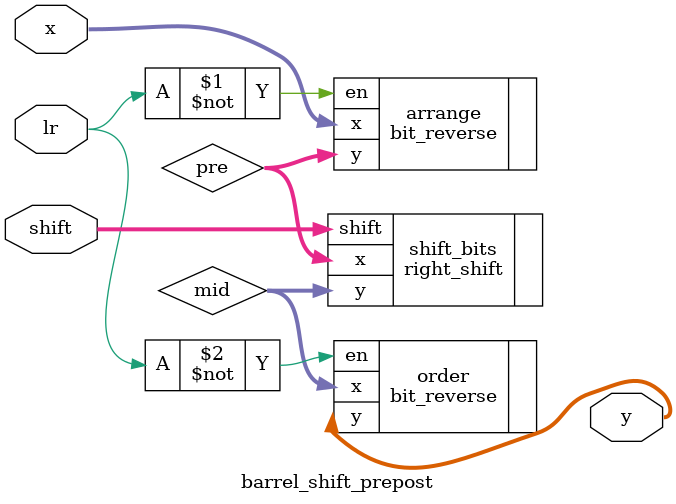
<source format=v>
`timescale 1ns / 1ps


module barrel_shift_prepost(
    input [7:0] x,
    input [2:0] shift,
    input lr, // 1 = right, 0 = left
    output [7:0] y
    );
    
    wire [7:0] pre, mid;
    
    bit_reverse arrange(.x(x), .en(~lr), .y(pre));
    right_shift shift_bits(.x(pre), .shift(shift), .y(mid));
    bit_reverse order(.x(mid), .en(~lr), .y(y));
endmodule

</source>
